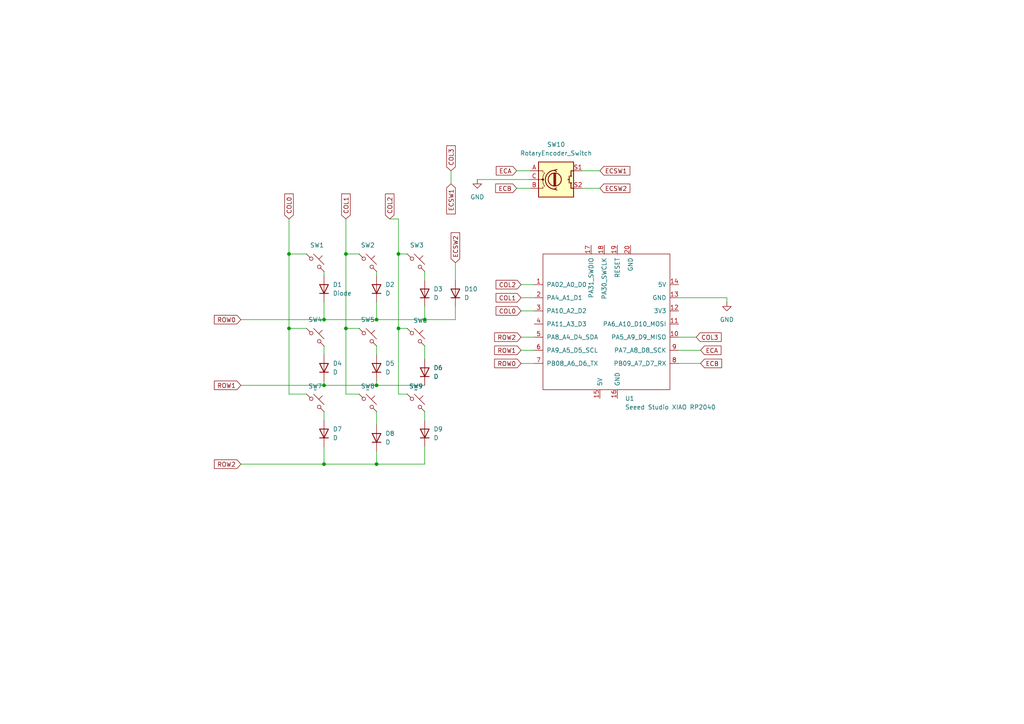
<source format=kicad_sch>
(kicad_sch (version 20231120) (generator "eeschema") (generator_version "8.0")
  (paper "A4")
  (lib_symbols
    (symbol "Device:D" (pin_numbers hide) (pin_names (offset 1.016) hide)
      (property "Reference" "D" (at 0 2.54 0))
      (property "Value" "D" (at 0 -2.54 0))
      (symbol "D_0_1"
        (polyline (pts (xy -1.27 1.27) (xy -1.27 -1.27)) (stroke (width 0.254)))
        (polyline (pts (xy 1.27 0) (xy -1.27 0)))
        (polyline (pts (xy 1.27 1.27) (xy 1.27 -1.27) (xy -1.27 0) (xy 1.27 1.27)) (stroke (width 0.254)))
      )
      (symbol "D_1_1"
        (pin passive line (at -3.81 0 0) (length 2.54) (name "K") (number "1"))
        (pin passive line (at 3.81 0 180) (length 2.54) (name "A") (number "2"))
      )
    )
    (symbol "Device:RotaryEncoder_Switch" (pin_names (offset 0.254) hide)
      (property "Reference" "SW" (at 0 6.604 0))
      (property "Value" "RotaryEncoder_Switch" (at 0 -6.604 0))
      (symbol "RotaryEncoder_Switch_0_1"
        (rectangle (start -5.08 5.08) (end 5.08 -5.08) (stroke (width 0.254)) (fill (type background)))
        (circle (center -3.81 0) (radius 0.254) (fill (type outline)))
        (circle (center -0.381 0) (radius 1.905) (stroke (width 0.254)))
        (arc (start -0.381 2.667) (mid -3.0988 -0.0635) (end -0.381 -2.794) (stroke (width 0.254)))
        (polyline (pts (xy -0.635 -1.778) (xy -0.635 1.778)) (stroke (width 0.254)))
        (polyline (pts (xy -0.381 -1.778) (xy -0.381 1.778)) (stroke (width 0.254)))
        (polyline (pts (xy -0.127 1.778) (xy -0.127 -1.778)) (stroke (width 0.254)))
        (polyline (pts (xy 3.81 0) (xy 3.429 0)) (stroke (width 0.254)))
        (polyline (pts (xy 3.81 1.016) (xy 3.81 -1.016)) (stroke (width 0.254)))
        (polyline (pts (xy -5.08 -2.54) (xy -3.81 -2.54) (xy -3.81 -2.032)))
        (polyline (pts (xy -5.08 2.54) (xy -3.81 2.54) (xy -3.81 2.032)))
        (polyline (pts (xy 0.254 -3.048) (xy -0.508 -2.794) (xy 0.127 -2.413)) (stroke (width 0.254)))
        (polyline (pts (xy 0.254 2.921) (xy -0.508 2.667) (xy 0.127 2.286)) (stroke (width 0.254)))
        (polyline (pts (xy 5.08 -2.54) (xy 4.318 -2.54) (xy 4.318 -1.016)) (stroke (width 0.254)))
        (polyline (pts (xy 5.08 2.54) (xy 4.318 2.54) (xy 4.318 1.016)) (stroke (width 0.254)))
        (polyline (pts (xy -5.08 0) (xy -3.81 0) (xy -3.81 -1.016) (xy -3.302 -2.032)))
        (polyline (pts (xy -4.318 0) (xy -3.81 0) (xy -3.81 1.016) (xy -3.302 2.032)))
        (circle (center 4.318 -1.016) (radius 0.127) (stroke (width 0.254)))
        (circle (center 4.318 1.016) (radius 0.127) (stroke (width 0.254)))
      )
      (symbol "RotaryEncoder_Switch_1_1"
        (pin passive line (at -7.62 2.54 0) (length 2.54) (name "A") (number "A"))
        (pin passive line (at -7.62 -2.54 0) (length 2.54) (name "B") (number "B"))
        (pin passive line (at -7.62 0 0) (length 2.54) (name "C") (number "C"))
        (pin passive line (at 7.62 2.54 180) (length 2.54) (name "S1") (number "S1"))
        (pin passive line (at 7.62 -2.54 180) (length 2.54) (name "S2") (number "S2"))
      )
    )
    (symbol "Seeed_Studio_XIAO_Series:Seeed Studio XIAO SAMD21" (pin_names (offset 1.016))
      (property "Reference" "U" (at -19.05 22.86 0))
      (property "Value" "Seeed Studio XIAO SAMD21" (at -12.7 21.59 0))
      (symbol "Seeed Studio XIAO SAMD21_0_1"
        (rectangle (start -19.05 20.32) (end 17.78 -19.05))
      )
      (symbol "Seeed Studio XIAO SAMD21_1_1"
        (pin unspecified line (at -21.59 11.43 0) (length 2.54) (name "PA02_A0_D0") (number "1"))
        (pin unspecified line (at 20.32 -3.81 180) (length 2.54) (name "PA5_A9_D9_MISO") (number "10"))
        (pin unspecified line (at 20.32 0 180) (length 2.54) (name "PA6_A10_D10_MOSI") (number "11"))
        (pin unspecified line (at 20.32 3.81 180) (length 2.54) (name "3V3") (number "12"))
        (pin unspecified line (at 20.32 7.62 180) (length 2.54) (name "GND") (number "13"))
        (pin unspecified line (at 20.32 11.43 180) (length 2.54) (name "5V") (number "14"))
        (pin input line (at -2.54 -21.59 90) (length 2.54) (name "5V") (number "15"))
        (pin input line (at 2.54 -21.59 90) (length 2.54) (name "GND") (number "16"))
        (pin input line (at -5.08 22.86 270) (length 2.54) (name "PA31_SWDIO") (number "17"))
        (pin input line (at -1.27 22.86 270) (length 2.54) (name "PA30_SWCLK") (number "18"))
        (pin input line (at 2.54 22.86 270) (length 2.54) (name "RESET") (number "19"))
        (pin unspecified line (at -21.59 7.62 0) (length 2.54) (name "PA4_A1_D1") (number "2"))
        (pin input line (at 6.35 22.86 270) (length 2.54) (name "GND") (number "20"))
        (pin unspecified line (at -21.59 3.81 0) (length 2.54) (name "PA10_A2_D2") (number "3"))
        (pin unspecified line (at -21.59 0 0) (length 2.54) (name "PA11_A3_D3") (number "4"))
        (pin unspecified line (at -21.59 -3.81 0) (length 2.54) (name "PA8_A4_D4_SDA") (number "5"))
        (pin unspecified line (at -21.59 -7.62 0) (length 2.54) (name "PA9_A5_D5_SCL") (number "6"))
        (pin unspecified line (at -21.59 -11.43 0) (length 2.54) (name "PB08_A6_D6_TX") (number "7"))
        (pin unspecified line (at 20.32 -11.43 180) (length 2.54) (name "PB09_A7_D7_RX") (number "8"))
        (pin unspecified line (at 20.32 -7.62 180) (length 2.54) (name "PA7_A8_D8_SCK") (number "9"))
      )
    )
    (symbol "Switch:SW_Push_45deg" (pin_numbers hide) (pin_names (offset 1.016) hide)
      (property "Reference" "SW" (at 3.048 1.016 0))
      (property "Value" "SW_Push_45deg" (at 0 -3.81 0))
      (symbol "SW_Push_45deg_0_1"
        (circle (center -1.1684 1.1684) (radius 0.508))
        (polyline (pts (xy -0.508 2.54) (xy 2.54 -0.508)))
        (polyline (pts (xy 1.016 1.016) (xy 2.032 2.032)))
        (polyline (pts (xy -2.54 2.54) (xy -1.524 1.524) (xy -1.524 1.524)))
        (polyline (pts (xy 1.524 -1.524) (xy 2.54 -2.54) (xy 2.54 -2.54) (xy 2.54 -2.54)))
        (circle (center 1.143 -1.1938) (radius 0.508))
        (pin passive line (at -2.54 2.54 0) (length 0) (name "1") (number "1"))
        (pin passive line (at 2.54 -2.54 180) (length 0) (name "2") (number "2"))
      )
    )
    (symbol "power:GND" (power) (pin_numbers hide) (pin_names (offset 0) hide)
      (property "Value" "GND" (at 0 -3.81 0))
      (symbol "GND_0_1"
        (polyline (pts (xy 0 0) (xy 0 -1.27) (xy 1.27 -1.27) (xy 0 -2.54) (xy -1.27 -1.27) (xy 0 -1.27)))
      )
      (symbol "GND_1_1"
        (pin power_in line (at 0 0 270) (length 0) (name "~") (number "1"))
      )
    )
  )
  (junction (at 115.57 95.25))
  (junction (at 93.98 134.62))
  (junction (at 109.22 134.62))
  (junction (at 109.22 111.76))
  (junction (at 100.33 73.66))
  (junction (at 93.98 92.71))
  (junction (at 83.82 73.66))
  (junction (at 83.82 95.25))
  (junction (at 115.57 73.66))
  (junction (at 100.33 95.25))
  (junction (at 123.19 92.71))
  (junction (at 109.22 92.71))
  (junction (at 93.98 111.76))
  (wire (pts (xy 83.82 114.3) (xy 88.9 114.3)))
  (wire (pts (xy 115.57 63.5) (xy 113.03 63.5)))
  (wire (pts (xy 83.82 63.5) (xy 83.82 73.66)))
  (wire (pts (xy 115.57 73.66) (xy 115.57 95.25)))
  (wire (pts (xy 69.85 92.71) (xy 93.98 92.71)))
  (wire (pts (xy 93.98 92.71) (xy 109.22 92.71)))
  (wire (pts (xy 115.57 114.3) (xy 118.11 114.3)))
  (wire (pts (xy 93.98 102.87) (xy 93.98 100.33)))
  (wire (pts (xy 83.82 95.25) (xy 88.9 95.25)))
  (wire (pts (xy 196.85 105.41) (xy 203.2 105.41)))
  (wire (pts (xy 93.98 87.63) (xy 93.98 92.71)))
  (wire (pts (xy 149.86 54.61) (xy 153.67 54.61)))
  (wire (pts (xy 93.98 111.76) (xy 109.22 111.76)))
  (wire (pts (xy 83.82 95.25) (xy 83.82 114.3)))
  (wire (pts (xy 132.08 76.2) (xy 132.08 81.28)))
  (wire (pts (xy 115.57 73.66) (xy 118.11 73.66)))
  (wire (pts (xy 168.91 49.53) (xy 173.99 49.53)))
  (wire (pts (xy 196.85 101.6) (xy 203.2 101.6)))
  (wire (pts (xy 151.13 105.41) (xy 154.94 105.41)))
  (wire (pts (xy 93.98 119.38) (xy 93.98 121.92)))
  (wire (pts (xy 123.19 88.9) (xy 123.19 92.71)))
  (wire (pts (xy 100.33 95.25) (xy 104.14 95.25)))
  (wire (pts (xy 100.33 95.25) (xy 100.33 114.3)))
  (wire (pts (xy 115.57 95.25) (xy 115.57 114.3)))
  (wire (pts (xy 100.33 73.66) (xy 104.14 73.66)))
  (wire (pts (xy 151.13 86.36) (xy 154.94 86.36)))
  (wire (pts (xy 109.22 119.38) (xy 109.22 123.19)))
  (wire (pts (xy 115.57 63.5) (xy 115.57 73.66)))
  (wire (pts (xy 151.13 90.17) (xy 154.94 90.17)))
  (wire (pts (xy 168.91 54.61) (xy 173.99 54.61)))
  (wire (pts (xy 123.19 119.38) (xy 123.19 121.92)))
  (wire (pts (xy 123.19 78.74) (xy 123.19 81.28)))
  (wire (pts (xy 123.19 100.33) (xy 123.19 104.14)))
  (wire (pts (xy 109.22 111.76) (xy 109.22 110.49)))
  (wire (pts (xy 138.43 52.07) (xy 153.67 52.07)))
  (wire (pts (xy 93.98 80.01) (xy 93.98 78.74)))
  (wire (pts (xy 149.86 49.53) (xy 153.67 49.53)))
  (wire (pts (xy 109.22 92.71) (xy 123.19 92.71)))
  (wire (pts (xy 93.98 134.62) (xy 109.22 134.62)))
  (wire (pts (xy 151.13 101.6) (xy 154.94 101.6)))
  (wire (pts (xy 69.85 134.62) (xy 93.98 134.62)))
  (wire (pts (xy 109.22 130.81) (xy 109.22 134.62)))
  (wire (pts (xy 109.22 100.33) (xy 109.22 102.87)))
  (wire (pts (xy 109.22 87.63) (xy 109.22 92.71)))
  (wire (pts (xy 123.19 134.62) (xy 123.19 129.54)))
  (wire (pts (xy 93.98 129.54) (xy 93.98 134.62)))
  (wire (pts (xy 100.33 114.3) (xy 104.14 114.3)))
  (wire (pts (xy 100.33 73.66) (xy 100.33 95.25)))
  (wire (pts (xy 196.85 97.79) (xy 201.93 97.79)))
  (wire (pts (xy 109.22 111.76) (xy 123.19 111.76)))
  (wire (pts (xy 130.81 49.53) (xy 130.81 53.34)))
  (wire (pts (xy 118.11 95.25) (xy 115.57 95.25)))
  (wire (pts (xy 93.98 110.49) (xy 93.98 111.76)))
  (wire (pts (xy 83.82 73.66) (xy 83.82 95.25)))
  (wire (pts (xy 210.82 86.36) (xy 196.85 86.36)))
  (wire (pts (xy 83.82 73.66) (xy 88.9 73.66)))
  (wire (pts (xy 132.08 92.71) (xy 123.19 92.71)))
  (wire (pts (xy 109.22 134.62) (xy 123.19 134.62)))
  (wire (pts (xy 151.13 97.79) (xy 154.94 97.79)))
  (wire (pts (xy 69.85 111.76) (xy 93.98 111.76)))
  (wire (pts (xy 100.33 73.66) (xy 100.33 63.5)))
  (wire (pts (xy 132.08 88.9) (xy 132.08 92.71)))
  (wire (pts (xy 210.82 87.63) (xy 210.82 86.36)))
  (wire (pts (xy 151.13 82.55) (xy 154.94 82.55)))
  (wire (pts (xy 109.22 78.74) (xy 109.22 80.01)))
  (global_label "ECA" (shape input) (at 149.86 49.53 180) (property "Intersheetrefs" "${INTERSHEET_REFS}" (effects (hide yes))))
  (global_label "ECB" (shape input) (at 149.86 54.61 180) (property "Intersheetrefs" "${INTERSHEET_REFS}" (effects (hide yes))))
  (global_label "ECSW2" (shape input) (at 132.08 76.2 90) (property "Intersheetrefs" "${INTERSHEET_REFS}" (effects (hide yes))))
  (global_label "ROW2" (shape input) (at 151.13 97.79 180) (property "Intersheetrefs" "${INTERSHEET_REFS}" (effects (hide yes))))
  (global_label "ROW1" (shape input) (at 69.85 111.76 180) (property "Intersheetrefs" "${INTERSHEET_REFS}" (effects (hide yes))))
  (global_label "COL1" (shape input) (at 151.13 86.36 180) (property "Intersheetrefs" "${INTERSHEET_REFS}" (effects (hide yes))))
  (global_label "ECSW1" (shape input) (at 130.81 53.34 270) (property "Intersheetrefs" "${INTERSHEET_REFS}" (effects (hide yes))))
  (global_label "ECB" (shape input) (at 203.2 105.41 0) (property "Intersheetrefs" "${INTERSHEET_REFS}" (effects (hide yes))))
  (global_label "COL2" (shape input) (at 151.13 82.55 180) (property "Intersheetrefs" "${INTERSHEET_REFS}" (effects (hide yes))))
  (global_label "ROW0" (shape input) (at 151.13 105.41 180) (property "Intersheetrefs" "${INTERSHEET_REFS}" (effects (hide yes))))
  (global_label "ECSW1" (shape input) (at 173.99 49.53 0) (property "Intersheetrefs" "${INTERSHEET_REFS}" (effects (hide yes))))
  (global_label "COL0" (shape input) (at 151.13 90.17 180) (property "Intersheetrefs" "${INTERSHEET_REFS}" (effects (hide yes))))
  (global_label "ROW2" (shape input) (at 69.85 134.62 180) (property "Intersheetrefs" "${INTERSHEET_REFS}" (effects (hide yes))))
  (global_label "COL2" (shape input) (at 113.03 63.5 90) (property "Intersheetrefs" "${INTERSHEET_REFS}" (effects (hide yes))))
  (global_label "ECSW2" (shape input) (at 173.99 54.61 0) (property "Intersheetrefs" "${INTERSHEET_REFS}" (effects (hide yes))))
  (global_label "ROW1" (shape input) (at 151.13 101.6 180) (property "Intersheetrefs" "${INTERSHEET_REFS}" (effects (hide yes))))
  (global_label "COL3" (shape input) (at 130.81 49.53 90) (property "Intersheetrefs" "${INTERSHEET_REFS}" (effects (hide yes))))
  (global_label "COL1" (shape input) (at 100.33 63.5 90) (property "Intersheetrefs" "${INTERSHEET_REFS}" (effects (hide yes))))
  (global_label "ECA" (shape input) (at 203.2 101.6 0) (property "Intersheetrefs" "${INTERSHEET_REFS}" (effects (hide yes))))
  (global_label "ROW0" (shape input) (at 69.85 92.71 180) (property "Intersheetrefs" "${INTERSHEET_REFS}" (effects (hide yes))))
  (global_label "COL0" (shape input) (at 83.82 63.5 90) (property "Intersheetrefs" "${INTERSHEET_REFS}" (effects (hide yes))))
  (global_label "COL3" (shape input) (at 201.93 97.79 0) (property "Intersheetrefs" "${INTERSHEET_REFS}" (effects (hide yes))))
  (symbol (lib_id "Switch:SW_Push_45deg") (at 106.68 76.2 0) (unit 1)
    (property "Reference" "SW2" (at 106.68 71.12 0))
    (property "Value" "SW_Push_45deg" (effects (hide yes)))
    (property "Footprint" "macropad:SW_Cherry_MX_1.00u_PCB" (effects (hide yes)))
    (property "Description" "Push button switch, normally open, two pins, 45° tilted" (effects (hide yes)))
  )
  (symbol (lib_id "Device:D") (at 109.22 106.68 90) (unit 1)
    (property "Reference" "D5" (at 111.76 105.4099 90) (effects (justify right)))
    (property "Value" "D" (at 111.76 107.9499 90) (effects (justify right)))
    (property "Footprint" "Diode_THT:D_DO-35_SOD27_P7.62mm_Horizontal" (effects (hide yes)))
    (property "Description" "Diode" (effects (hide yes)))
    (property "Sim.Device" "D" (effects (hide yes)))
    (property "Sim.Pins" "1=K 2=A" (effects (hide yes)))
  )
  (symbol (lib_id "Seeed_Studio_XIAO_Series:Seeed Studio XIAO SAMD21") (at 176.53 93.98 0) (unit 1)
    (property "Reference" "U1" (at 181.2641 115.57 0) (effects (justify left)))
    (property "Value" "Seeed Studio XIAO RP2040" (at 181.2641 118.11 0) (effects (justify left)))
    (property "Footprint" "macropad:XIAO-RP2040-SMD" (effects (hide yes)))
  )
  (symbol (lib_id "Device:D") (at 93.98 83.82 90) (unit 1)
    (property "Reference" "D1" (at 96.52 82.5499 90) (effects (justify right)))
    (property "Value" "Diode" (at 96.52 85.0899 90) (effects (justify right)))
    (property "Footprint" "Diode_THT:D_DO-35_SOD27_P7.62mm_Horizontal" (effects (hide yes)))
    (property "Description" "Diode" (effects (hide yes)))
    (property "Sim.Device" "D" (effects (hide yes)))
    (property "Sim.Pins" "1=K 2=A" (effects (hide yes)))
  )
  (symbol (lib_id "Switch:SW_Push_45deg") (at 120.65 116.84 0) (unit 1)
    (property "Reference" "SW9" (at 120.65 112.014 0))
    (property "Value" "~" (at 120.65 113.03 0))
    (property "Footprint" "macropad:SW_Cherry_MX_1.00u_PCB" (effects (hide yes)))
    (property "Description" "Push button switch, normally open, two pins, 45° tilted" (effects (hide yes)))
  )
  (symbol (lib_id "power:GND") (at 210.82 87.63 0) (unit 1)
    (property "Reference" "#PWR05" (effects (hide yes)))
    (property "Value" "GND" (at 210.82 92.71 0))
    (property "Description" "Power symbol creates a global label with name \"GND\" , ground" (effects (hide yes)))
  )
  (symbol (lib_id "Device:D") (at 123.19 107.95 90) (unit 1)
    (property "Reference" "D6" (at 125.73 106.6799 90) (effects (justify right)))
    (property "Value" "D" (at 125.73 109.2199 90) (effects (justify right)))
    (property "Footprint" "Diode_THT:D_DO-35_SOD27_P7.62mm_Horizontal" (effects (hide yes)))
    (property "Description" "Diode" (effects (hide yes)))
    (property "Sim.Device" "D" (effects (hide yes)))
    (property "Sim.Pins" "1=K 2=A" (effects (hide yes)))
  )
  (symbol (lib_id "Switch:SW_Push_45deg") (at 120.65 97.79 0) (unit 1)
    (property "Reference" "SW6" (at 121.92 92.964 0))
    (property "Value" "SW_Push_45deg" (effects (hide yes)))
    (property "Footprint" "macropad:SW_Cherry_MX_1.00u_PCB" (effects (hide yes)))
    (property "Description" "Push button switch, normally open, two pins, 45° tilted" (effects (hide yes)))
  )
  (symbol (lib_id "Switch:SW_Push_45deg") (at 106.68 116.84 0) (unit 1)
    (property "Reference" "SW8" (at 106.68 112.014 0))
    (property "Value" "~" (at 106.68 113.03 0))
    (property "Footprint" "macropad:SW_Cherry_MX_1.00u_PCB" (effects (hide yes)))
    (property "Description" "Push button switch, normally open, two pins, 45° tilted" (effects (hide yes)))
  )
  (symbol (lib_id "Switch:SW_Push_45deg") (at 91.44 116.84 0) (unit 1)
    (property "Reference" "SW7" (at 91.44 112.014 0))
    (property "Value" "~" (at 91.44 113.03 0))
    (property "Footprint" "macropad:SW_Cherry_MX_1.00u_PCB" (effects (hide yes)))
    (property "Description" "Push button switch, normally open, two pins, 45° tilted" (effects (hide yes)))
  )
  (symbol (lib_id "Device:D") (at 109.22 83.82 90) (unit 1)
    (property "Reference" "D2" (at 111.76 82.5499 90) (effects (justify right)))
    (property "Value" "D" (at 111.76 85.0899 90) (effects (justify right)))
    (property "Footprint" "Diode_THT:D_DO-35_SOD27_P7.62mm_Horizontal" (effects (hide yes)))
    (property "Description" "Diode" (effects (hide yes)))
    (property "Sim.Device" "D" (effects (hide yes)))
    (property "Sim.Pins" "1=K 2=A" (effects (hide yes)))
  )
  (symbol (lib_id "Device:D") (at 132.08 85.09 90) (unit 1)
    (property "Reference" "D10" (at 134.62 83.8199 90) (effects (justify right)))
    (property "Value" "D" (at 134.62 86.3599 90) (effects (justify right)))
    (property "Footprint" "Diode_THT:D_DO-35_SOD27_P7.62mm_Horizontal" (effects (hide yes)))
    (property "Description" "Diode" (effects (hide yes)))
    (property "Sim.Device" "D" (effects (hide yes)))
    (property "Sim.Pins" "1=K 2=A" (effects (hide yes)))
  )
  (symbol (lib_id "Device:D") (at 123.19 85.09 90) (unit 1)
    (property "Reference" "D3" (at 125.73 83.8199 90) (effects (justify right)))
    (property "Value" "D" (at 125.73 86.3599 90) (effects (justify right)))
    (property "Footprint" "Diode_THT:D_DO-35_SOD27_P7.62mm_Horizontal" (effects (hide yes)))
    (property "Description" "Diode" (effects (hide yes)))
    (property "Sim.Device" "D" (effects (hide yes)))
    (property "Sim.Pins" "1=K 2=A" (effects (hide yes)))
  )
  (symbol (lib_id "Device:D") (at 123.19 125.73 90) (unit 1)
    (property "Reference" "D9" (at 125.73 124.4599 90) (effects (justify right)))
    (property "Value" "D" (at 125.73 126.9999 90) (effects (justify right)))
    (property "Footprint" "Diode_THT:D_DO-35_SOD27_P7.62mm_Horizontal" (effects (hide yes)))
    (property "Description" "Diode" (effects (hide yes)))
    (property "Sim.Device" "D" (effects (hide yes)))
    (property "Sim.Pins" "1=K 2=A" (effects (hide yes)))
  )
  (symbol (lib_id "Switch:SW_Push_45deg") (at 91.44 97.79 0) (unit 1)
    (property "Reference" "SW4" (at 91.44 92.71 0))
    (property "Value" "SW_Push_45deg" (effects (hide yes)))
    (property "Footprint" "macropad:SW_Cherry_MX_1.00u_PCB" (effects (hide yes)))
    (property "Description" "Push button switch, normally open, two pins, 45° tilted" (effects (hide yes)))
  )
  (symbol (lib_id "Switch:SW_Push_45deg") (at 91.44 76.2 0) (unit 1)
    (property "Reference" "SW1" (at 91.948 71.12 0))
    (property "Value" "SW_Push_45deg" (effects (hide yes)))
    (property "Footprint" "macropad:SW_Cherry_MX_1.00u_PCB" (effects (hide yes)))
    (property "Description" "Push button switch, normally open, two pins, 45° tilted" (effects (hide yes)))
  )
  (symbol (lib_id "Switch:SW_Push_45deg") (at 120.65 76.2 0) (unit 1)
    (property "Reference" "SW3" (at 120.904 71.12 0))
    (property "Value" "SW_Push_45deg" (effects (hide yes)))
    (property "Footprint" "macropad:SW_Cherry_MX_1.00u_PCB" (effects (hide yes)))
    (property "Description" "Push button switch, normally open, two pins, 45° tilted" (effects (hide yes)))
  )
  (symbol (lib_id "Device:D") (at 93.98 125.73 90) (unit 1)
    (property "Reference" "D7" (at 96.52 124.4599 90) (effects (justify right)))
    (property "Value" "D" (at 96.52 126.9999 90) (effects (justify right)))
    (property "Footprint" "Diode_THT:D_DO-35_SOD27_P7.62mm_Horizontal" (effects (hide yes)))
    (property "Description" "Diode" (effects (hide yes)))
    (property "Sim.Device" "D" (effects (hide yes)))
    (property "Sim.Pins" "1=K 2=A" (effects (hide yes)))
  )
  (symbol (lib_id "Device:D") (at 93.98 106.68 90) (unit 1)
    (property "Reference" "D4" (at 96.52 105.4099 90) (effects (justify right)))
    (property "Value" "D" (at 96.52 107.9499 90) (effects (justify right)))
    (property "Footprint" "Diode_THT:D_DO-35_SOD27_P7.62mm_Horizontal" (effects (hide yes)))
    (property "Description" "Diode" (effects (hide yes)))
    (property "Sim.Device" "D" (effects (hide yes)))
    (property "Sim.Pins" "1=K 2=A" (effects (hide yes)))
  )
  (symbol (lib_id "Device:RotaryEncoder_Switch") (at 161.29 52.07 0) (unit 1)
    (property "Reference" "SW10" (at 161.29 41.91 0))
    (property "Value" "RotaryEncoder_Switch" (at 161.29 44.45 0))
    (property "Footprint" "macropad:RotaryEncoder_Alps_EC11E-Switch_Vertical_H20mm" (effects (hide yes)))
    (property "Description" "Rotary encoder, dual channel, incremental quadrate outputs, with switch" (effects (hide yes)))
  )
  (symbol (lib_id "Switch:SW_Push_45deg") (at 106.68 97.79 0) (unit 1)
    (property "Reference" "SW5" (at 106.68 92.71 0))
    (property "Value" "SW_Push_45deg" (effects (hide yes)))
    (property "Footprint" "macropad:SW_Cherry_MX_1.00u_PCB" (effects (hide yes)))
    (property "Description" "Push button switch, normally open, two pins, 45° tilted" (effects (hide yes)))
  )
  (symbol (lib_id "power:GND") (at 138.43 52.07 0) (unit 1)
    (property "Reference" "#PWR01" (effects (hide yes)))
    (property "Value" "GND" (at 138.43 57.15 0))
    (property "Description" "Power symbol creates a global label with name \"GND\" , ground" (effects (hide yes)))
  )
  (symbol (lib_id "Device:D") (at 109.22 127 90) (unit 1)
    (property "Reference" "D8" (at 111.76 125.7299 90) (effects (justify right)))
    (property "Value" "D" (at 111.76 128.2699 90) (effects (justify right)))
    (property "Footprint" "Diode_THT:D_DO-35_SOD27_P7.62mm_Horizontal" (effects (hide yes)))
    (property "Description" "Diode" (effects (hide yes)))
    (property "Sim.Device" "D" (effects (hide yes)))
    (property "Sim.Pins" "1=K 2=A" (effects (hide yes)))
  )
)
</source>
